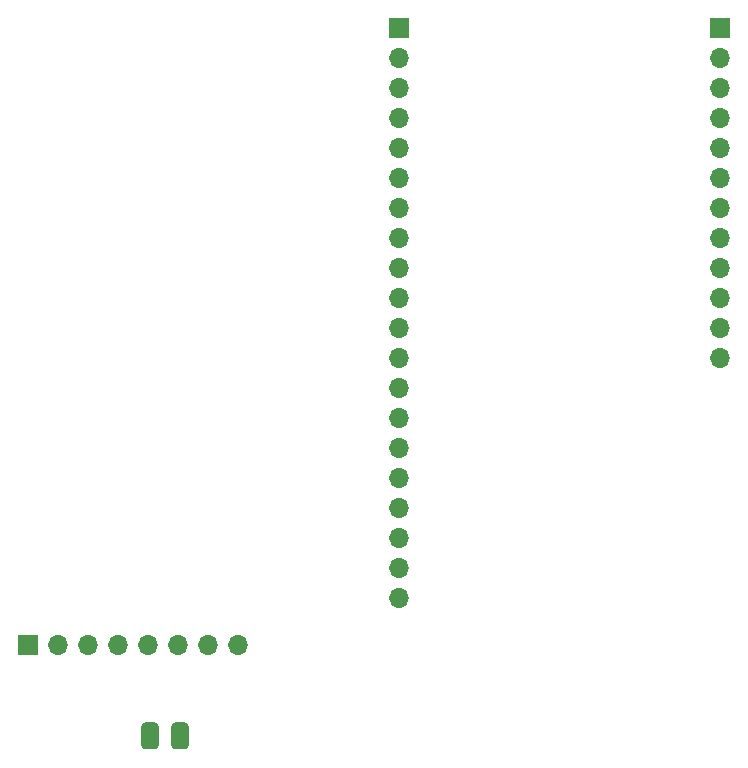
<source format=gts>
%TF.GenerationSoftware,KiCad,Pcbnew,7.0.5*%
%TF.CreationDate,2024-02-24T19:05:55-05:00*%
%TF.ProjectId,UWB_PCB,5557425f-5043-4422-9e6b-696361645f70,rev?*%
%TF.SameCoordinates,Original*%
%TF.FileFunction,Soldermask,Top*%
%TF.FilePolarity,Negative*%
%FSLAX46Y46*%
G04 Gerber Fmt 4.6, Leading zero omitted, Abs format (unit mm)*
G04 Created by KiCad (PCBNEW 7.0.5) date 2024-02-24 19:05:55*
%MOMM*%
%LPD*%
G01*
G04 APERTURE LIST*
G04 Aperture macros list*
%AMRoundRect*
0 Rectangle with rounded corners*
0 $1 Rounding radius*
0 $2 $3 $4 $5 $6 $7 $8 $9 X,Y pos of 4 corners*
0 Add a 4 corners polygon primitive as box body*
4,1,4,$2,$3,$4,$5,$6,$7,$8,$9,$2,$3,0*
0 Add four circle primitives for the rounded corners*
1,1,$1+$1,$2,$3*
1,1,$1+$1,$4,$5*
1,1,$1+$1,$6,$7*
1,1,$1+$1,$8,$9*
0 Add four rect primitives between the rounded corners*
20,1,$1+$1,$2,$3,$4,$5,0*
20,1,$1+$1,$4,$5,$6,$7,0*
20,1,$1+$1,$6,$7,$8,$9,0*
20,1,$1+$1,$8,$9,$2,$3,0*%
G04 Aperture macros list end*
%ADD10R,1.700000X1.700000*%
%ADD11O,1.700000X1.700000*%
%ADD12RoundRect,0.381000X0.381000X-0.762000X0.381000X0.762000X-0.381000X0.762000X-0.381000X-0.762000X0*%
G04 APERTURE END LIST*
D10*
%TO.C,J1*%
X161600000Y-60500000D03*
D11*
X161600000Y-63040000D03*
X161600000Y-65580000D03*
X161600000Y-68120000D03*
X161600000Y-70660000D03*
X161600000Y-73200000D03*
X161600000Y-75740000D03*
X161600000Y-78280000D03*
X161600000Y-80820000D03*
X161600000Y-83360000D03*
X161600000Y-85900000D03*
X161600000Y-88440000D03*
X161600000Y-90980000D03*
X161600000Y-93520000D03*
X161600000Y-96060000D03*
X161600000Y-98600000D03*
X161600000Y-101140000D03*
X161600000Y-103680000D03*
X161600000Y-106220000D03*
X161600000Y-108760000D03*
D10*
X188830000Y-60500000D03*
D11*
X188830000Y-63040000D03*
X188830000Y-65580000D03*
X188830000Y-68120000D03*
X188830000Y-70660000D03*
X188830000Y-73200000D03*
X188830000Y-75740000D03*
X188830000Y-78280000D03*
X188830000Y-80820000D03*
X188830000Y-83360000D03*
X188830000Y-85900000D03*
X188830000Y-88440000D03*
%TD*%
D10*
%TO.C,J2*%
X130210001Y-112740000D03*
D11*
X132750001Y-112740000D03*
X135290001Y-112740000D03*
X137830000Y-112740000D03*
X140370001Y-112740000D03*
X142910001Y-112740000D03*
X145450001Y-112740000D03*
X147990001Y-112740000D03*
%TD*%
D12*
%TO.C,J3*%
X140560000Y-120434000D03*
X143100000Y-120434000D03*
%TD*%
M02*

</source>
